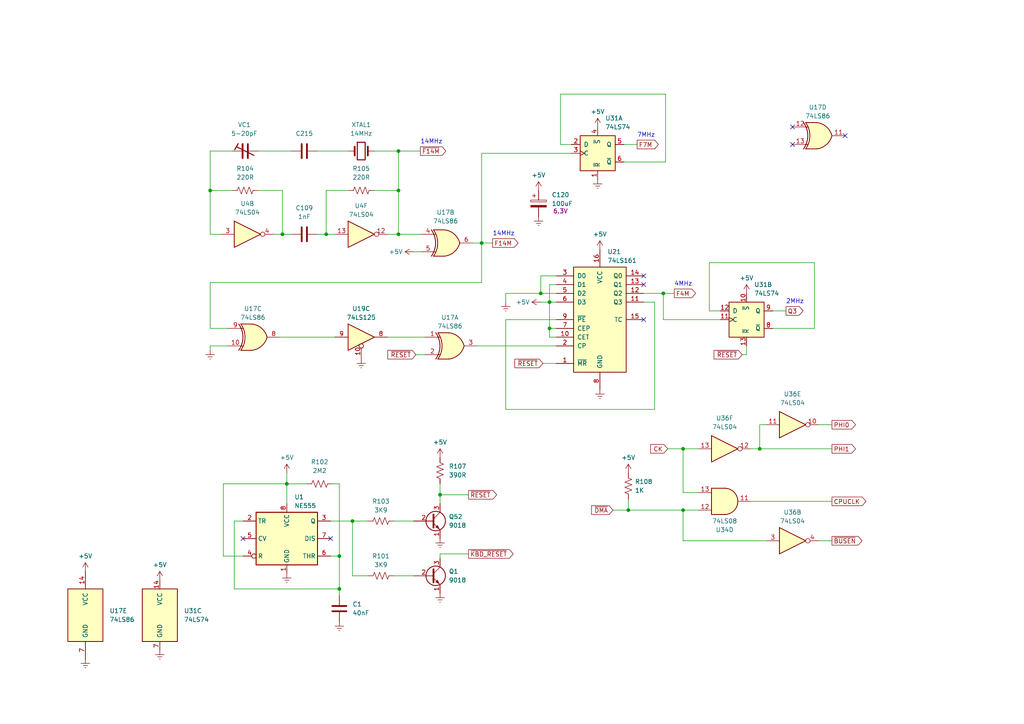
<source format=kicad_sch>
(kicad_sch (version 20230121) (generator eeschema)
  (paper "A4")
  (title_block (title "Dick Smith Cat - Motherboard") (date "1984") (company "Video Technology Ltd.") (comment 2 "Schematic Redrawn by Rhys Weatherley") (comment 3 "Clock and Reset"))
  (lib_symbols
    (symbol "74xx:74LS04"
      (property "Reference" "U" (at 0 1.27 0))
      (property "Value" "74LS04" (at 0 -1.27 0))
      (symbol "74LS04_1_0"
        (polyline (pts (xy -3.81 3.81) (xy -3.81 -3.81) (xy 3.81 0) (xy -3.81 3.81)) (stroke (width 0.254)) (fill (type background)))
        (pin input line (at -7.62 0 0) (length 3.81) (name "~") (number "1"))
        (pin output inverted (at 7.62 0 180) (length 3.81) (name "~") (number "2"))
      )
      (symbol "74LS04_2_0"
        (polyline (pts (xy -3.81 3.81) (xy -3.81 -3.81) (xy 3.81 0) (xy -3.81 3.81)) (stroke (width 0.254)) (fill (type background)))
        (pin input line (at -7.62 0 0) (length 3.81) (name "~") (number "3"))
        (pin output inverted (at 7.62 0 180) (length 3.81) (name "~") (number "4"))
      )
      (symbol "74LS04_3_0"
        (polyline (pts (xy -3.81 3.81) (xy -3.81 -3.81) (xy 3.81 0) (xy -3.81 3.81)) (stroke (width 0.254)) (fill (type background)))
        (pin input line (at -7.62 0 0) (length 3.81) (name "~") (number "5"))
        (pin output inverted (at 7.62 0 180) (length 3.81) (name "~") (number "6"))
      )
      (symbol "74LS04_4_0"
        (polyline (pts (xy -3.81 3.81) (xy -3.81 -3.81) (xy 3.81 0) (xy -3.81 3.81)) (stroke (width 0.254)) (fill (type background)))
        (pin output inverted (at 7.62 0 180) (length 3.81) (name "~") (number "8"))
        (pin input line (at -7.62 0 0) (length 3.81) (name "~") (number "9"))
      )
      (symbol "74LS04_5_0"
        (polyline (pts (xy -3.81 3.81) (xy -3.81 -3.81) (xy 3.81 0) (xy -3.81 3.81)) (stroke (width 0.254)) (fill (type background)))
        (pin output inverted (at 7.62 0 180) (length 3.81) (name "~") (number "10"))
        (pin input line (at -7.62 0 0) (length 3.81) (name "~") (number "11"))
      )
      (symbol "74LS04_6_0"
        (polyline (pts (xy -3.81 3.81) (xy -3.81 -3.81) (xy 3.81 0) (xy -3.81 3.81)) (stroke (width 0.254)) (fill (type background)))
        (pin output inverted (at 7.62 0 180) (length 3.81) (name "~") (number "12"))
        (pin input line (at -7.62 0 0) (length 3.81) (name "~") (number "13"))
      )
      (symbol "74LS04_7_0"
        (pin power_in line (at 0 12.7 270) (length 5.08) (name "VCC") (number "14"))
        (pin power_in line (at 0 -12.7 90) (length 5.08) (name "GND") (number "7"))
      )
      (symbol "74LS04_7_1"
        (rectangle (start -5.08 7.62) (end 5.08 -7.62) (stroke (width 0.254)) (fill (type background)))
      )
    )
    (symbol "74xx:74LS08" (pin_names (offset 1.016))
      (property "Reference" "U" (at 0 1.27 0))
      (property "Value" "74LS08" (at 0 -1.27 0))
      (symbol "74LS08_1_1"
        (arc (start 0 -3.81) (mid 3.7934 0) (end 0 3.81) (stroke (width 0.254)) (fill (type background)))
        (polyline (pts (xy 0 3.81) (xy -3.81 3.81) (xy -3.81 -3.81) (xy 0 -3.81)) (stroke (width 0.254)) (fill (type background)))
        (pin input line (at -7.62 2.54 0) (length 3.81) (name "~") (number "1"))
        (pin input line (at -7.62 -2.54 0) (length 3.81) (name "~") (number "2"))
        (pin output line (at 7.62 0 180) (length 3.81) (name "~") (number "3"))
      )
      (symbol "74LS08_1_2"
        (arc (start -3.81 -3.81) (mid -2.589 0) (end -3.81 3.81) (stroke (width 0.254)))
        (arc (start -0.6096 -3.81) (mid 2.1842 -2.5851) (end 3.81 0) (stroke (width 0.254)) (fill (type background)))
        (polyline (pts (xy -3.81 -3.81) (xy -0.635 -3.81)) (stroke (width 0.254)) (fill (type background)))
        (polyline (pts (xy -3.81 3.81) (xy -0.635 3.81)) (stroke (width 0.254)) (fill (type background)))
        (polyline (pts (xy -0.635 3.81) (xy -3.81 3.81) (xy -3.81 3.81) (xy -3.556 3.4036) (xy -3.0226 2.2606) (xy -2.6924 1.0414) (xy -2.6162 -0.254) (xy -2.7686 -1.4986) (xy -3.175 -2.7178) (xy -3.81 -3.81) (xy -3.81 -3.81) (xy -0.635 -3.81)) (stroke (width -25.4)) (fill (type background)))
        (arc (start 3.81 0) (mid 2.1915 2.5936) (end -0.6096 3.81) (stroke (width 0.254)) (fill (type background)))
        (pin input inverted (at -7.62 2.54 0) (length 4.318) (name "~") (number "1"))
        (pin input inverted (at -7.62 -2.54 0) (length 4.318) (name "~") (number "2"))
        (pin output inverted (at 7.62 0 180) (length 3.81) (name "~") (number "3"))
      )
      (symbol "74LS08_2_1"
        (arc (start 0 -3.81) (mid 3.7934 0) (end 0 3.81) (stroke (width 0.254)) (fill (type background)))
        (polyline (pts (xy 0 3.81) (xy -3.81 3.81) (xy -3.81 -3.81) (xy 0 -3.81)) (stroke (width 0.254)) (fill (type background)))
        (pin input line (at -7.62 2.54 0) (length 3.81) (name "~") (number "4"))
        (pin input line (at -7.62 -2.54 0) (length 3.81) (name "~") (number "5"))
        (pin output line (at 7.62 0 180) (length 3.81) (name "~") (number "6"))
      )
      (symbol "74LS08_2_2"
        (arc (start -3.81 -3.81) (mid -2.589 0) (end -3.81 3.81) (stroke (width 0.254)))
        (arc (start -0.6096 -3.81) (mid 2.1842 -2.5851) (end 3.81 0) (stroke (width 0.254)) (fill (type background)))
        (polyline (pts (xy -3.81 -3.81) (xy -0.635 -3.81)) (stroke (width 0.254)) (fill (type background)))
        (polyline (pts (xy -3.81 3.81) (xy -0.635 3.81)) (stroke (width 0.254)) (fill (type background)))
        (polyline (pts (xy -0.635 3.81) (xy -3.81 3.81) (xy -3.81 3.81) (xy -3.556 3.4036) (xy -3.0226 2.2606) (xy -2.6924 1.0414) (xy -2.6162 -0.254) (xy -2.7686 -1.4986) (xy -3.175 -2.7178) (xy -3.81 -3.81) (xy -3.81 -3.81) (xy -0.635 -3.81)) (stroke (width -25.4)) (fill (type background)))
        (arc (start 3.81 0) (mid 2.1915 2.5936) (end -0.6096 3.81) (stroke (width 0.254)) (fill (type background)))
        (pin input inverted (at -7.62 2.54 0) (length 4.318) (name "~") (number "4"))
        (pin input inverted (at -7.62 -2.54 0) (length 4.318) (name "~") (number "5"))
        (pin output inverted (at 7.62 0 180) (length 3.81) (name "~") (number "6"))
      )
      (symbol "74LS08_3_1"
        (arc (start 0 -3.81) (mid 3.7934 0) (end 0 3.81) (stroke (width 0.254)) (fill (type background)))
        (polyline (pts (xy 0 3.81) (xy -3.81 3.81) (xy -3.81 -3.81) (xy 0 -3.81)) (stroke (width 0.254)) (fill (type background)))
        (pin input line (at -7.62 -2.54 0) (length 3.81) (name "~") (number "10"))
        (pin output line (at 7.62 0 180) (length 3.81) (name "~") (number "8"))
        (pin input line (at -7.62 2.54 0) (length 3.81) (name "~") (number "9"))
      )
      (symbol "74LS08_3_2"
        (arc (start -3.81 -3.81) (mid -2.589 0) (end -3.81 3.81) (stroke (width 0.254)))
        (arc (start -0.6096 -3.81) (mid 2.1842 -2.5851) (end 3.81 0) (stroke (width 0.254)) (fill (type background)))
        (polyline (pts (xy -3.81 -3.81) (xy -0.635 -3.81)) (stroke (width 0.254)) (fill (type background)))
        (polyline (pts (xy -3.81 3.81) (xy -0.635 3.81)) (stroke (width 0.254)) (fill (type background)))
        (polyline (pts (xy -0.635 3.81) (xy -3.81 3.81) (xy -3.81 3.81) (xy -3.556 3.4036) (xy -3.0226 2.2606) (xy -2.6924 1.0414) (xy -2.6162 -0.254) (xy -2.7686 -1.4986) (xy -3.175 -2.7178) (xy -3.81 -3.81) (xy -3.81 -3.81) (xy -0.635 -3.81)) (stroke (width -25.4)) (fill (type background)))
        (arc (start 3.81 0) (mid 2.1915 2.5936) (end -0.6096 3.81) (stroke (width 0.254)) (fill (type background)))
        (pin input inverted (at -7.62 -2.54 0) (length 4.318) (name "~") (number "10"))
        (pin output inverted (at 7.62 0 180) (length 3.81) (name "~") (number "8"))
        (pin input inverted (at -7.62 2.54 0) (length 4.318) (name "~") (number "9"))
      )
      (symbol "74LS08_4_1"
        (arc (start 0 -3.81) (mid 3.7934 0) (end 0 3.81) (stroke (width 0.254)) (fill (type background)))
        (polyline (pts (xy 0 3.81) (xy -3.81 3.81) (xy -3.81 -3.81) (xy 0 -3.81)) (stroke (width 0.254)) (fill (type background)))
        (pin output line (at 7.62 0 180) (length 3.81) (name "~") (number "11"))
        (pin input line (at -7.62 2.54 0) (length 3.81) (name "~") (number "12"))
        (pin input line (at -7.62 -2.54 0) (length 3.81) (name "~") (number "13"))
      )
      (symbol "74LS08_4_2"
        (arc (start -3.81 -3.81) (mid -2.589 0) (end -3.81 3.81) (stroke (width 0.254)))
        (arc (start -0.6096 -3.81) (mid 2.1842 -2.5851) (end 3.81 0) (stroke (width 0.254)) (fill (type background)))
        (polyline (pts (xy -3.81 -3.81) (xy -0.635 -3.81)) (stroke (width 0.254)) (fill (type background)))
        (polyline (pts (xy -3.81 3.81) (xy -0.635 3.81)) (stroke (width 0.254)) (fill (type background)))
        (polyline (pts (xy -0.635 3.81) (xy -3.81 3.81) (xy -3.81 3.81) (xy -3.556 3.4036) (xy -3.0226 2.2606) (xy -2.6924 1.0414) (xy -2.6162 -0.254) (xy -2.7686 -1.4986) (xy -3.175 -2.7178) (xy -3.81 -3.81) (xy -3.81 -3.81) (xy -0.635 -3.81)) (stroke (width -25.4)) (fill (type background)))
        (arc (start 3.81 0) (mid 2.1915 2.5936) (end -0.6096 3.81) (stroke (width 0.254)) (fill (type background)))
        (pin output inverted (at 7.62 0 180) (length 3.81) (name "~") (number "11"))
        (pin input inverted (at -7.62 2.54 0) (length 4.318) (name "~") (number "12"))
        (pin input inverted (at -7.62 -2.54 0) (length 4.318) (name "~") (number "13"))
      )
      (symbol "74LS08_5_0"
        (pin power_in line (at 0 12.7 270) (length 5.08) (name "VCC") (number "14"))
        (pin power_in line (at 0 -12.7 90) (length 5.08) (name "GND") (number "7"))
      )
      (symbol "74LS08_5_1"
        (rectangle (start -5.08 7.62) (end 5.08 -7.62) (stroke (width 0.254)) (fill (type background)))
      )
    )
    (symbol "74xx:74LS125" (pin_names (offset 1.016))
      (property "Reference" "U" (at 0 1.27 0))
      (property "Value" "74LS125" (at 0 -1.27 0))
      (symbol "74LS125_1_0"
        (polyline (pts (xy -3.81 3.81) (xy -3.81 -3.81) (xy 3.81 0) (xy -3.81 3.81)) (stroke (width 0.254)) (fill (type background)))
        (pin input inverted (at 0 -6.35 90) (length 4.445) (name "~") (number "1"))
        (pin input line (at -7.62 0 0) (length 3.81) (name "~") (number "2"))
        (pin tri_state line (at 7.62 0 180) (length 3.81) (name "~") (number "3"))
      )
      (symbol "74LS125_2_0"
        (polyline (pts (xy -3.81 3.81) (xy -3.81 -3.81) (xy 3.81 0) (xy -3.81 3.81)) (stroke (width 0.254)) (fill (type background)))
        (pin input inverted (at 0 -6.35 90) (length 4.445) (name "~") (number "4"))
        (pin input line (at -7.62 0 0) (length 3.81) (name "~") (number "5"))
        (pin tri_state line (at 7.62 0 180) (length 3.81) (name "~") (number "6"))
      )
      (symbol "74LS125_3_0"
        (polyline (pts (xy -3.81 3.81) (xy -3.81 -3.81) (xy 3.81 0) (xy -3.81 3.81)) (stroke (width 0.254)) (fill (type background)))
        (pin input inverted (at 0 -6.35 90) (length 4.445) (name "~") (number "10"))
        (pin tri_state line (at 7.62 0 180) (length 3.81) (name "~") (number "8"))
        (pin input line (at -7.62 0 0) (length 3.81) (name "~") (number "9"))
      )
      (symbol "74LS125_4_0"
        (polyline (pts (xy -3.81 3.81) (xy -3.81 -3.81) (xy 3.81 0) (xy -3.81 3.81)) (stroke (width 0.254)) (fill (type background)))
        (pin tri_state line (at 7.62 0 180) (length 3.81) (name "~") (number "11"))
        (pin input line (at -7.62 0 0) (length 3.81) (name "~") (number "12"))
        (pin input inverted (at 0 -6.35 90) (length 4.445) (name "~") (number "13"))
      )
      (symbol "74LS125_5_0"
        (pin power_in line (at 0 12.7 270) (length 5.08) (name "VCC") (number "14"))
        (pin power_in line (at 0 -12.7 90) (length 5.08) (name "GND") (number "7"))
      )
      (symbol "74LS125_5_1"
        (rectangle (start -5.08 7.62) (end 5.08 -7.62) (stroke (width 0.254)) (fill (type background)))
      )
    )
    (symbol "74xx:74LS161" (pin_names (offset 1.016))
      (property "Reference" "U" (at -7.62 16.51 0))
      (property "Value" "74LS161" (at -7.62 -16.51 0))
      (symbol "74LS161_1_0"
        (pin input line (at -12.7 -12.7 0) (length 5.08) (name "~{MR}") (number "1"))
        (pin input line (at -12.7 -5.08 0) (length 5.08) (name "CET") (number "10"))
        (pin output line (at 12.7 5.08 180) (length 5.08) (name "Q3") (number "11"))
        (pin output line (at 12.7 7.62 180) (length 5.08) (name "Q2") (number "12"))
        (pin output line (at 12.7 10.16 180) (length 5.08) (name "Q1") (number "13"))
        (pin output line (at 12.7 12.7 180) (length 5.08) (name "Q0") (number "14"))
        (pin output line (at 12.7 0 180) (length 5.08) (name "TC") (number "15"))
        (pin power_in line (at 0 20.32 270) (length 5.08) (name "VCC") (number "16"))
        (pin input line (at -12.7 -7.62 0) (length 5.08) (name "CP") (number "2"))
        (pin input line (at -12.7 12.7 0) (length 5.08) (name "D0") (number "3"))
        (pin input line (at -12.7 10.16 0) (length 5.08) (name "D1") (number "4"))
        (pin input line (at -12.7 7.62 0) (length 5.08) (name "D2") (number "5"))
        (pin input line (at -12.7 5.08 0) (length 5.08) (name "D3") (number "6"))
        (pin input line (at -12.7 -2.54 0) (length 5.08) (name "CEP") (number "7"))
        (pin power_in line (at 0 -20.32 90) (length 5.08) (name "GND") (number "8"))
        (pin input line (at -12.7 0 0) (length 5.08) (name "~{PE}") (number "9"))
      )
      (symbol "74LS161_1_1"
        (rectangle (start -7.62 15.24) (end 7.62 -15.24) (stroke (width 0.254)) (fill (type background)))
      )
    )
    (symbol "74xx:74LS74" (pin_names (offset 1.016))
      (property "Reference" "U" (at -7.62 8.89 0))
      (property "Value" "74LS74" (at -7.62 -8.89 0))
      (symbol "74LS74_1_0"
        (pin input line (at 0 -7.62 90) (length 2.54) (name "~{R}") (number "1"))
        (pin input line (at -7.62 2.54 0) (length 2.54) (name "D") (number "2"))
        (pin input clock (at -7.62 0 0) (length 2.54) (name "C") (number "3"))
        (pin input line (at 0 7.62 270) (length 2.54) (name "~{S}") (number "4"))
        (pin output line (at 7.62 2.54 180) (length 2.54) (name "Q") (number "5"))
        (pin output line (at 7.62 -2.54 180) (length 2.54) (name "~{Q}") (number "6"))
      )
      (symbol "74LS74_1_1"
        (rectangle (start -5.08 5.08) (end 5.08 -5.08) (stroke (width 0.254)) (fill (type background)))
      )
      (symbol "74LS74_2_0"
        (pin input line (at 0 7.62 270) (length 2.54) (name "~{S}") (number "10"))
        (pin input clock (at -7.62 0 0) (length 2.54) (name "C") (number "11"))
        (pin input line (at -7.62 2.54 0) (length 2.54) (name "D") (number "12"))
        (pin input line (at 0 -7.62 90) (length 2.54) (name "~{R}") (number "13"))
        (pin output line (at 7.62 -2.54 180) (length 2.54) (name "~{Q}") (number "8"))
        (pin output line (at 7.62 2.54 180) (length 2.54) (name "Q") (number "9"))
      )
      (symbol "74LS74_2_1"
        (rectangle (start -5.08 5.08) (end 5.08 -5.08) (stroke (width 0.254)) (fill (type background)))
      )
      (symbol "74LS74_3_0"
        (pin power_in line (at 0 10.16 270) (length 2.54) (name "VCC") (number "14"))
        (pin power_in line (at 0 -10.16 90) (length 2.54) (name "GND") (number "7"))
      )
      (symbol "74LS74_3_1"
        (rectangle (start -5.08 7.62) (end 5.08 -7.62) (stroke (width 0.254)) (fill (type background)))
      )
    )
    (symbol "74xx:74LS86" (pin_names (offset 1.016))
      (property "Reference" "U" (at 0 1.27 0))
      (property "Value" "74LS86" (at 0 -1.27 0))
      (symbol "74LS86_1_0"
        (arc (start -4.4196 -3.81) (mid -3.2033 0) (end -4.4196 3.81) (stroke (width 0.254)))
        (arc (start -3.81 -3.81) (mid -2.589 0) (end -3.81 3.81) (stroke (width 0.254)))
        (arc (start -0.6096 -3.81) (mid 2.1842 -2.5851) (end 3.81 0) (stroke (width 0.254)) (fill (type background)))
        (polyline (pts (xy -3.81 -3.81) (xy -0.635 -3.81)) (stroke (width 0.254)) (fill (type background)))
        (polyline (pts (xy -3.81 3.81) (xy -0.635 3.81)) (stroke (width 0.254)) (fill (type background)))
        (polyline (pts (xy -0.635 3.81) (xy -3.81 3.81) (xy -3.81 3.81) (xy -3.556 3.4036) (xy -3.0226 2.2606) (xy -2.6924 1.0414) (xy -2.6162 -0.254) (xy -2.7686 -1.4986) (xy -3.175 -2.7178) (xy -3.81 -3.81) (xy -3.81 -3.81) (xy -0.635 -3.81)) (stroke (width -25.4)) (fill (type background)))
        (arc (start 3.81 0) (mid 2.1915 2.5936) (end -0.6096 3.81) (stroke (width 0.254)) (fill (type background)))
        (pin input line (at -7.62 2.54 0) (length 4.445) (name "~") (number "1"))
        (pin input line (at -7.62 -2.54 0) (length 4.445) (name "~") (number "2"))
        (pin output line (at 7.62 0 180) (length 3.81) (name "~") (number "3"))
      )
      (symbol "74LS86_1_1"
        (polyline (pts (xy -3.81 -2.54) (xy -3.175 -2.54)) (stroke (width 0.1524)))
        (polyline (pts (xy -3.81 2.54) (xy -3.175 2.54)) (stroke (width 0.1524)))
      )
      (symbol "74LS86_2_0"
        (arc (start -4.4196 -3.81) (mid -3.2033 0) (end -4.4196 3.81) (stroke (width 0.254)))
        (arc (start -3.81 -3.81) (mid -2.589 0) (end -3.81 3.81) (stroke (width 0.254)))
        (arc (start -0.6096 -3.81) (mid 2.1842 -2.5851) (end 3.81 0) (stroke (width 0.254)) (fill (type background)))
        (polyline (pts (xy -3.81 -3.81) (xy -0.635 -3.81)) (stroke (width 0.254)) (fill (type background)))
        (polyline (pts (xy -3.81 3.81) (xy -0.635 3.81)) (stroke (width 0.254)) (fill (type background)))
        (polyline (pts (xy -0.635 3.81) (xy -3.81 3.81) (xy -3.81 3.81) (xy -3.556 3.4036) (xy -3.0226 2.2606) (xy -2.6924 1.0414) (xy -2.6162 -0.254) (xy -2.7686 -1.4986) (xy -3.175 -2.7178) (xy -3.81 -3.81) (xy -3.81 -3.81) (xy -0.635 -3.81)) (stroke (width -25.4)) (fill (type background)))
        (arc (start 3.81 0) (mid 2.1915 2.5936) (end -0.6096 3.81) (stroke (width 0.254)) (fill (type background)))
        (pin input line (at -7.62 2.54 0) (length 4.445) (name "~") (number "4"))
        (pin input line (at -7.62 -2.54 0) (length 4.445) (name "~") (number "5"))
        (pin output line (at 7.62 0 180) (length 3.81) (name "~") (number "6"))
      )
      (symbol "74LS86_2_1"
        (polyline (pts (xy -3.81 -2.54) (xy -3.175 -2.54)) (stroke (width 0.1524)))
        (polyline (pts (xy -3.81 2.54) (xy -3.175 2.54)) (stroke (width 0.1524)))
      )
      (symbol "74LS86_3_0"
        (arc (start -4.4196 -3.81) (mid -3.2033 0) (end -4.4196 3.81) (stroke (width 0.254)))
        (arc (start -3.81 -3.81) (mid -2.589 0) (end -3.81 3.81) (stroke (width 0.254)))
        (arc (start -0.6096 -3.81) (mid 2.1842 -2.5851) (end 3.81 0) (stroke (width 0.254)) (fill (type background)))
        (polyline (pts (xy -3.81 -3.81) (xy -0.635 -3.81)) (stroke (width 0.254)) (fill (type background)))
        (polyline (pts (xy -3.81 3.81) (xy -0.635 3.81)) (stroke (width 0.254)) (fill (type background)))
        (polyline (pts (xy -0.635 3.81) (xy -3.81 3.81) (xy -3.81 3.81) (xy -3.556 3.4036) (xy -3.0226 2.2606) (xy -2.6924 1.0414) (xy -2.6162 -0.254) (xy -2.7686 -1.4986) (xy -3.175 -2.7178) (xy -3.81 -3.81) (xy -3.81 -3.81) (xy -0.635 -3.81)) (stroke (width -25.4)) (fill (type background)))
        (arc (start 3.81 0) (mid 2.1915 2.5936) (end -0.6096 3.81) (stroke (width 0.254)) (fill (type background)))
        (pin input line (at -7.62 -2.54 0) (length 4.445) (name "~") (number "10"))
        (pin output line (at 7.62 0 180) (length 3.81) (name "~") (number "8"))
        (pin input line (at -7.62 2.54 0) (length 4.445) (name "~") (number "9"))
      )
      (symbol "74LS86_3_1"
        (polyline (pts (xy -3.81 -2.54) (xy -3.175 -2.54)) (stroke (width 0.1524)))
        (polyline (pts (xy -3.81 2.54) (xy -3.175 2.54)) (stroke (width 0.1524)))
      )
      (symbol "74LS86_4_0"
        (arc (start -4.4196 -3.81) (mid -3.2033 0) (end -4.4196 3.81) (stroke (width 0.254)))
        (arc (start -3.81 -3.81) (mid -2.589 0) (end -3.81 3.81) (stroke (width 0.254)))
        (arc (start -0.6096 -3.81) (mid 2.1842 -2.5851) (end 3.81 0) (stroke (width 0.254)) (fill (type background)))
        (polyline (pts (xy -3.81 -3.81) (xy -0.635 -3.81)) (stroke (width 0.254)) (fill (type background)))
        (polyline (pts (xy -3.81 3.81) (xy -0.635 3.81)) (stroke (width 0.254)) (fill (type background)))
        (polyline (pts (xy -0.635 3.81) (xy -3.81 3.81) (xy -3.81 3.81) (xy -3.556 3.4036) (xy -3.0226 2.2606) (xy -2.6924 1.0414) (xy -2.6162 -0.254) (xy -2.7686 -1.4986) (xy -3.175 -2.7178) (xy -3.81 -3.81) (xy -3.81 -3.81) (xy -0.635 -3.81)) (stroke (width -25.4)) (fill (type background)))
        (arc (start 3.81 0) (mid 2.1915 2.5936) (end -0.6096 3.81) (stroke (width 0.254)) (fill (type background)))
        (pin output line (at 7.62 0 180) (length 3.81) (name "~") (number "11"))
        (pin input line (at -7.62 2.54 0) (length 4.445) (name "~") (number "12"))
        (pin input line (at -7.62 -2.54 0) (length 4.445) (name "~") (number "13"))
      )
      (symbol "74LS86_4_1"
        (polyline (pts (xy -3.81 -2.54) (xy -3.175 -2.54)) (stroke (width 0.1524)))
        (polyline (pts (xy -3.81 2.54) (xy -3.175 2.54)) (stroke (width 0.1524)))
      )
      (symbol "74LS86_5_0"
        (pin power_in line (at 0 12.7 270) (length 5.08) (name "VCC") (number "14"))
        (pin power_in line (at 0 -12.7 90) (length 5.08) (name "GND") (number "7"))
      )
      (symbol "74LS86_5_1"
        (rectangle (start -5.08 7.62) (end 5.08 -7.62) (stroke (width 0.254)) (fill (type background)))
      )
    )
    (symbol "Device:C" (pin_numbers hide) (pin_names (offset 0.254))
      (property "Reference" "C" (at 0.635 2.54 0))
      (property "Value" "C" (at 0.635 -2.54 0))
      (symbol "C_0_1"
        (polyline (pts (xy -2.032 -0.762) (xy 2.032 -0.762)) (stroke (width 0.508)))
        (polyline (pts (xy -2.032 0.762) (xy 2.032 0.762)) (stroke (width 0.508)))
      )
      (symbol "C_1_1"
        (pin passive line (at 0 3.81 270) (length 2.794) (name "~") (number "1"))
        (pin passive line (at 0 -3.81 90) (length 2.794) (name "~") (number "2"))
      )
    )
    (symbol "Device:C_Polarized" (pin_numbers hide) (pin_names (offset 0.254))
      (property "Reference" "C" (at 0.635 2.54 0))
      (property "Value" "C_Polarized" (at 0.635 -2.54 0))
      (symbol "C_Polarized_0_1"
        (rectangle (start -2.286 0.508) (end 2.286 1.016))
        (polyline (pts (xy -1.778 2.286) (xy -0.762 2.286)))
        (polyline (pts (xy -1.27 2.794) (xy -1.27 1.778)))
        (rectangle (start 2.286 -0.508) (end -2.286 -1.016) (fill (type outline)))
      )
      (symbol "C_Polarized_1_1"
        (pin passive line (at 0 3.81 270) (length 2.794) (name "~") (number "1"))
        (pin passive line (at 0 -3.81 90) (length 2.794) (name "~") (number "2"))
      )
    )
    (symbol "Device:C_Trim" (pin_numbers hide) (pin_names (offset 0.254) hide)
      (property "Reference" "C" (at 1.524 -2.032 0))
      (property "Value" "C_Trim" (at 3.048 -3.556 0))
      (symbol "C_Trim_0_1"
        (polyline (pts (xy -2.032 -0.762) (xy 2.032 -0.762)) (stroke (width 0.508)))
        (polyline (pts (xy -2.032 0.762) (xy 2.032 0.762)) (stroke (width 0.508)))
        (polyline (pts (xy 1.27 2.54) (xy -1.27 -2.54)) (stroke (width 0.3048)))
        (polyline (pts (xy 1.27 2.54) (xy 0.381 3.048)) (stroke (width 0.3048)))
        (polyline (pts (xy 1.27 2.54) (xy 2.159 2.032)) (stroke (width 0.3048)))
      )
      (symbol "C_Trim_1_1"
        (pin passive line (at 0 3.81 270) (length 3.048) (name "~") (number "1"))
        (pin passive line (at 0 -3.81 90) (length 3.048) (name "~") (number "2"))
      )
    )
    (symbol "Device:Crystal" (pin_numbers hide) (pin_names (offset 1.016) hide)
      (property "Reference" "Y" (at 0 3.81 0))
      (property "Value" "Crystal" (at 0 -3.81 0))
      (symbol "Crystal_0_1"
        (rectangle (start -1.143 2.54) (end 1.143 -2.54) (stroke (width 0.3048)))
        (polyline (pts (xy -2.54 0) (xy -1.905 0)))
        (polyline (pts (xy -1.905 -1.27) (xy -1.905 1.27)) (stroke (width 0.508)))
        (polyline (pts (xy 1.905 -1.27) (xy 1.905 1.27)) (stroke (width 0.508)))
        (polyline (pts (xy 2.54 0) (xy 1.905 0)))
      )
      (symbol "Crystal_1_1"
        (pin passive line (at -3.81 0 0) (length 1.27) (name "1") (number "1"))
        (pin passive line (at 3.81 0 180) (length 1.27) (name "2") (number "2"))
      )
    )
    (symbol "Device:Q_NPN_EBC" (pin_names (offset 0) hide)
      (property "Reference" "Q" (at 5.08 1.27 0))
      (property "Value" "Q_NPN_EBC" (at 5.08 -1.27 0))
      (symbol "Q_NPN_EBC_0_1"
        (polyline (pts (xy 0.635 0.635) (xy 2.54 2.54)))
        (polyline (pts (xy 0.635 -0.635) (xy 2.54 -2.54) (xy 2.54 -2.54)))
        (polyline (pts (xy 0.635 1.905) (xy 0.635 -1.905) (xy 0.635 -1.905)) (stroke (width 0.508)))
        (polyline (pts (xy 1.27 -1.778) (xy 1.778 -1.27) (xy 2.286 -2.286) (xy 1.27 -1.778) (xy 1.27 -1.778)) (fill (type outline)))
        (circle (center 1.27 0) (radius 2.8194) (stroke (width 0.254)))
      )
      (symbol "Q_NPN_EBC_1_1"
        (pin passive line (at 2.54 -5.08 90) (length 2.54) (name "E") (number "1"))
        (pin passive line (at -5.08 0 0) (length 5.715) (name "B") (number "2"))
        (pin passive line (at 2.54 5.08 270) (length 2.54) (name "C") (number "3"))
      )
    )
    (symbol "Device:R_US" (pin_numbers hide) (pin_names (offset 0))
      (property "Reference" "R" (at 2.54 0 90))
      (property "Value" "R_US" (at -2.54 0 90))
      (symbol "R_US_0_1"
        (polyline (pts (xy 0 -2.286) (xy 0 -2.54)))
        (polyline (pts (xy 0 2.286) (xy 0 2.54)))
        (polyline (pts (xy 0 -0.762) (xy 1.016 -1.143) (xy 0 -1.524) (xy -1.016 -1.905) (xy 0 -2.286)))
        (polyline (pts (xy 0 0.762) (xy 1.016 0.381) (xy 0 0) (xy -1.016 -0.381) (xy 0 -0.762)))
        (polyline (pts (xy 0 2.286) (xy 1.016 1.905) (xy 0 1.524) (xy -1.016 1.143) (xy 0 0.762)))
      )
      (symbol "R_US_1_1"
        (pin passive line (at 0 3.81 270) (length 1.27) (name "~") (number "1"))
        (pin passive line (at 0 -3.81 90) (length 1.27) (name "~") (number "2"))
      )
    )
    (symbol "Timer:NE555P"
      (property "Reference" "U" (at -10.16 8.89 0))
      (property "Value" "NE555P" (at 2.54 8.89 0))
      (symbol "NE555P_0_0"
        (pin power_in line (at 0 -10.16 90) (length 2.54) (name "GND") (number "1"))
        (pin power_in line (at 0 10.16 270) (length 2.54) (name "VCC") (number "8"))
      )
      (symbol "NE555P_0_1"
        (rectangle (start -8.89 -7.62) (end 8.89 7.62) (stroke (width 0.254)) (fill (type background)))
        (rectangle (start -8.89 -7.62) (end 8.89 7.62) (stroke (width 0.254)) (fill (type background)))
      )
      (symbol "NE555P_1_1"
        (pin input line (at -12.7 5.08 0) (length 3.81) (name "TR") (number "2"))
        (pin output line (at 12.7 5.08 180) (length 3.81) (name "Q") (number "3"))
        (pin input inverted (at -12.7 -5.08 0) (length 3.81) (name "R") (number "4"))
        (pin input line (at -12.7 0 0) (length 3.81) (name "CV") (number "5"))
        (pin input line (at 12.7 -5.08 180) (length 3.81) (name "THR") (number "6"))
        (pin input line (at 12.7 0 180) (length 3.81) (name "DIS") (number "7"))
      )
    )
    (symbol "power:+5V" (power) (pin_names (offset 0))
      (property "Value" "+5V" (at 0 3.556 0))
      (symbol "+5V_0_1"
        (polyline (pts (xy -0.762 1.27) (xy 0 2.54)))
        (polyline (pts (xy 0 0) (xy 0 2.54)))
        (polyline (pts (xy 0 2.54) (xy 0.762 1.27)))
      )
      (symbol "+5V_1_1"
        (pin power_in line (at 0 0 90) (length 0) hide (name "+5V") (number "1"))
      )
    )
    (symbol "power:Earth" (power) (pin_names (offset 0))
      (symbol "Earth_0_1"
        (polyline (pts (xy -0.635 -1.905) (xy 0.635 -1.905)))
        (polyline (pts (xy -0.127 -2.54) (xy 0.127 -2.54)))
        (polyline (pts (xy 0 -1.27) (xy 0 0)))
        (polyline (pts (xy 1.27 -1.27) (xy -1.27 -1.27)))
      )
      (symbol "Earth_1_1"
        (pin power_in line (at 0 0 270) (length 0) hide (name "Earth") (number "1"))
      )
    )
  )
  (junction (at 81.915 67.945))
  (junction (at 102.235 151.13))
  (junction (at 156.845 85.09))
  (junction (at 98.425 170.815))
  (junction (at 192.405 85.09))
  (junction (at 115.57 43.815))
  (junction (at 115.57 55.245))
  (junction (at 182.245 147.955))
  (junction (at 198.12 147.955))
  (junction (at 60.96 55.245))
  (junction (at 159.385 87.63))
  (junction (at 98.425 161.29))
  (junction (at 94.615 67.945))
  (junction (at 220.345 130.175))
  (junction (at 198.12 130.175))
  (junction (at 159.385 95.25))
  (junction (at 83.185 140.335))
  (junction (at 139.7 70.485))
  (junction (at 115.57 67.945))
  (junction (at 127.635 143.51))
  (no_connect (at 229.87 36.83))
  (no_connect (at 245.11 39.37))
  (no_connect (at 186.69 80.01))
  (no_connect (at 229.87 41.91))
  (no_connect (at 186.69 92.71))
  (no_connect (at 70.485 156.21))
  (no_connect (at 186.69 82.55))
  (no_connect (at 95.885 156.21))
  (wire (pts (xy 81.915 55.245) (xy 81.915 67.945)))
  (wire (pts (xy 64.77 140.335) (xy 83.185 140.335)))
  (wire (pts (xy 165.735 44.45) (xy 139.7 44.45)))
  (wire (pts (xy 156.845 85.09) (xy 146.685 85.09)))
  (wire (pts (xy 202.565 142.875) (xy 198.12 142.875)))
  (wire (pts (xy 193.04 46.99) (xy 193.04 27.305)))
  (wire (pts (xy 198.12 142.875) (xy 198.12 130.175)))
  (wire (pts (xy 67.945 170.815) (xy 98.425 170.815)))
  (wire (pts (xy 146.685 118.745) (xy 146.685 92.71)))
  (wire (pts (xy 220.345 130.175) (xy 220.345 123.19)))
  (wire (pts (xy 60.96 67.945) (xy 60.96 55.245)))
  (wire (pts (xy 115.57 67.945) (xy 115.57 55.245)))
  (wire (pts (xy 112.395 67.945) (xy 115.57 67.945)))
  (wire (pts (xy 92.075 43.815) (xy 100.965 43.815)))
  (wire (pts (xy 114.3 151.13) (xy 120.015 151.13)))
  (wire (pts (xy 156.845 80.01) (xy 156.845 85.09)))
  (wire (pts (xy 98.425 170.815) (xy 98.425 172.72)))
  (wire (pts (xy 74.93 55.245) (xy 81.915 55.245)))
  (wire (pts (xy 161.29 85.09) (xy 156.845 85.09)))
  (wire (pts (xy 237.49 156.845) (xy 241.3 156.845)))
  (wire (pts (xy 189.865 87.63) (xy 189.865 118.745)))
  (wire (pts (xy 74.93 43.815) (xy 84.455 43.815)))
  (wire (pts (xy 95.885 151.13) (xy 102.235 151.13)))
  (wire (pts (xy 60.96 81.915) (xy 139.7 81.915)))
  (wire (pts (xy 98.425 170.815) (xy 98.425 161.29)))
  (wire (pts (xy 115.57 43.815) (xy 121.92 43.815)))
  (wire (pts (xy 94.615 55.245) (xy 94.615 67.945)))
  (wire (pts (xy 79.375 67.945) (xy 81.915 67.945)))
  (wire (pts (xy 157.48 105.41) (xy 161.29 105.41)))
  (wire (pts (xy 159.385 95.25) (xy 159.385 87.63)))
  (wire (pts (xy 83.185 140.335) (xy 88.9 140.335)))
  (wire (pts (xy 83.185 140.335) (xy 83.185 146.05)))
  (wire (pts (xy 60.96 43.815) (xy 67.31 43.815)))
  (wire (pts (xy 146.685 92.71) (xy 161.29 92.71)))
  (wire (pts (xy 180.975 41.91) (xy 184.785 41.91)))
  (wire (pts (xy 100.965 55.245) (xy 94.615 55.245)))
  (wire (pts (xy 193.675 130.175) (xy 198.12 130.175)))
  (wire (pts (xy 137.16 70.485) (xy 139.7 70.485)))
  (wire (pts (xy 135.89 160.655) (xy 127.635 160.655)))
  (wire (pts (xy 198.12 147.955) (xy 202.565 147.955)))
  (wire (pts (xy 237.49 123.19) (xy 241.3 123.19)))
  (wire (pts (xy 115.57 43.815) (xy 108.585 43.815)))
  (wire (pts (xy 146.685 85.09) (xy 146.685 87.63)))
  (wire (pts (xy 186.69 87.63) (xy 189.865 87.63)))
  (wire (pts (xy 60.96 100.33) (xy 60.96 101.6)))
  (wire (pts (xy 108.585 55.245) (xy 115.57 55.245)))
  (wire (pts (xy 135.89 143.51) (xy 127.635 143.51)))
  (wire (pts (xy 127.635 140.335) (xy 127.635 143.51)))
  (wire (pts (xy 81.28 97.79) (xy 97.155 97.79)))
  (wire (pts (xy 139.7 70.485) (xy 142.875 70.485)))
  (wire (pts (xy 217.805 130.175) (xy 220.345 130.175)))
  (wire (pts (xy 216.535 102.87) (xy 216.535 100.33)))
  (wire (pts (xy 70.485 151.13) (xy 67.945 151.13)))
  (wire (pts (xy 66.04 95.25) (xy 60.96 95.25)))
  (wire (pts (xy 115.57 55.245) (xy 115.57 43.815)))
  (wire (pts (xy 180.975 46.99) (xy 193.04 46.99)))
  (wire (pts (xy 60.96 55.245) (xy 60.96 43.815)))
  (wire (pts (xy 186.69 85.09) (xy 192.405 85.09)))
  (wire (pts (xy 236.22 76.2) (xy 205.74 76.2)))
  (wire (pts (xy 220.345 130.175) (xy 241.3 130.175)))
  (wire (pts (xy 102.235 167.005) (xy 102.235 151.13)))
  (wire (pts (xy 205.74 90.17) (xy 208.915 90.17)))
  (wire (pts (xy 83.185 137.16) (xy 83.185 140.335)))
  (wire (pts (xy 115.57 67.945) (xy 121.92 67.945)))
  (wire (pts (xy 70.485 161.29) (xy 64.77 161.29)))
  (wire (pts (xy 98.425 140.335) (xy 98.425 161.29)))
  (wire (pts (xy 106.68 167.005) (xy 102.235 167.005)))
  (wire (pts (xy 81.915 67.945) (xy 84.455 67.945)))
  (wire (pts (xy 236.22 95.25) (xy 236.22 76.2)))
  (wire (pts (xy 120.65 102.87) (xy 123.19 102.87)))
  (wire (pts (xy 159.385 87.63) (xy 161.29 87.63)))
  (wire (pts (xy 224.155 90.17) (xy 227.965 90.17)))
  (wire (pts (xy 159.385 97.79) (xy 159.385 95.25)))
  (wire (pts (xy 192.405 92.71) (xy 192.405 85.09)))
  (wire (pts (xy 66.04 100.33) (xy 60.96 100.33)))
  (wire (pts (xy 205.74 76.2) (xy 205.74 90.17)))
  (wire (pts (xy 138.43 100.33) (xy 161.29 100.33)))
  (wire (pts (xy 112.395 97.79) (xy 123.19 97.79)))
  (wire (pts (xy 161.29 95.25) (xy 159.385 95.25)))
  (wire (pts (xy 96.52 140.335) (xy 98.425 140.335)))
  (wire (pts (xy 92.075 67.945) (xy 94.615 67.945)))
  (wire (pts (xy 222.25 156.845) (xy 198.12 156.845)))
  (wire (pts (xy 67.945 151.13) (xy 67.945 170.815)))
  (wire (pts (xy 192.405 85.09) (xy 195.58 85.09)))
  (wire (pts (xy 198.12 156.845) (xy 198.12 147.955)))
  (wire (pts (xy 189.865 118.745) (xy 146.685 118.745)))
  (wire (pts (xy 182.245 147.955) (xy 198.12 147.955)))
  (wire (pts (xy 208.915 92.71) (xy 192.405 92.71)))
  (wire (pts (xy 139.7 44.45) (xy 139.7 70.485)))
  (wire (pts (xy 161.29 80.01) (xy 156.845 80.01)))
  (wire (pts (xy 114.3 167.005) (xy 120.015 167.005)))
  (wire (pts (xy 162.56 27.305) (xy 162.56 41.91)))
  (wire (pts (xy 182.245 144.78) (xy 182.245 147.955)))
  (wire (pts (xy 98.425 161.29) (xy 95.885 161.29)))
  (wire (pts (xy 64.77 161.29) (xy 64.77 140.335)))
  (wire (pts (xy 102.235 151.13) (xy 106.68 151.13)))
  (wire (pts (xy 215.265 102.87) (xy 216.535 102.87)))
  (wire (pts (xy 224.155 95.25) (xy 236.22 95.25)))
  (wire (pts (xy 139.7 81.915) (xy 139.7 70.485)))
  (wire (pts (xy 156.845 87.63) (xy 159.385 87.63)))
  (wire (pts (xy 94.615 67.945) (xy 97.155 67.945)))
  (wire (pts (xy 161.29 97.79) (xy 159.385 97.79)))
  (wire (pts (xy 127.635 143.51) (xy 127.635 146.05)))
  (wire (pts (xy 193.04 27.305) (xy 162.56 27.305)))
  (wire (pts (xy 64.135 67.945) (xy 60.96 67.945)))
  (wire (pts (xy 60.96 55.245) (xy 67.31 55.245)))
  (wire (pts (xy 120.015 73.025) (xy 121.92 73.025)))
  (wire (pts (xy 220.345 123.19) (xy 222.25 123.19)))
  (wire (pts (xy 159.385 82.55) (xy 159.385 87.63)))
  (wire (pts (xy 60.96 95.25) (xy 60.96 81.915)))
  (wire (pts (xy 127.635 160.655) (xy 127.635 161.925)))
  (wire (pts (xy 161.29 82.55) (xy 159.385 82.55)))
  (wire (pts (xy 177.8 147.955) (xy 182.245 147.955)))
  (wire (pts (xy 162.56 41.91) (xy 165.735 41.91)))
  (wire (pts (xy 217.805 145.415) (xy 241.3 145.415)))
  (wire (pts (xy 198.12 130.175) (xy 202.565 130.175)))
  (text "4MHz" (at 195.58 83.185 0) (effects (font (size 1.27 1.27)) (justify left bottom)))
  (text "7MHz" (at 184.785 40.005 0) (effects (font (size 1.27 1.27)) (justify left bottom)))
  (text "2MHz" (at 227.965 88.265 0) (effects (font (size 1.27 1.27)) (justify left bottom)))
  (text "14MHz" (at 121.92 41.91 0) (effects (font (size 1.27 1.27)) (justify left bottom)))
  (text "14MHz" (at 142.875 68.58 0) (effects (font (size 1.27 1.27)) (justify left bottom)))
  (global_label "F14M" (shape output) (at 142.875 70.485 0) (property "Intersheetrefs" "${INTERSHEET_REFS}" (effects hide)))
  (global_label "~{RESET}" (shape output) (at 135.89 143.51 0) (property "Intersheetrefs" "${INTERSHEET_REFS}" (effects hide)))
  (global_label "Q3" (shape output) (at 227.965 90.17 0) (property "Intersheetrefs" "${INTERSHEET_REFS}" (effects hide)))
  (global_label "F4M" (shape output) (at 195.58 85.09 0) (property "Intersheetrefs" "${INTERSHEET_REFS}" (effects hide)))
  (global_label "CPUCLK" (shape output) (at 241.3 145.415 0) (property "Intersheetrefs" "${INTERSHEET_REFS}" (effects hide)))
  (global_label "~{RESET}" (shape input) (at 215.265 102.87 180) (property "Intersheetrefs" "${INTERSHEET_REFS}" (effects hide)))
  (global_label "~{KBD_RESET}" (shape output) (at 135.89 160.655 0) (property "Intersheetrefs" "${INTERSHEET_REFS}" (effects hide)))
  (global_label "~{DMA}" (shape input) (at 177.8 147.955 180) (property "Intersheetrefs" "${INTERSHEET_REFS}" (effects hide)))
  (global_label "~{BUSEN}" (shape output) (at 241.3 156.845 0) (property "Intersheetrefs" "${INTERSHEET_REFS}" (effects hide)))
  (global_label "PHI0" (shape output) (at 241.3 123.19 0) (property "Intersheetrefs" "${INTERSHEET_REFS}" (effects hide)))
  (global_label "~{RESET}" (shape input) (at 120.65 102.87 180) (property "Intersheetrefs" "${INTERSHEET_REFS}" (effects hide)))
  (global_label "~{RESET}" (shape input) (at 157.48 105.41 180) (property "Intersheetrefs" "${INTERSHEET_REFS}" (effects hide)))
  (global_label "~{F14M}" (shape output) (at 121.92 43.815 0) (property "Intersheetrefs" "${INTERSHEET_REFS}" (effects hide)))
  (global_label "PHI1" (shape output) (at 241.3 130.175 0) (property "Intersheetrefs" "${INTERSHEET_REFS}" (effects hide)))
  (global_label "F7M" (shape output) (at 184.785 41.91 0) (property "Intersheetrefs" "${INTERSHEET_REFS}" (effects hide)))
  (global_label "CK" (shape input) (at 193.675 130.175 180) (property "Intersheetrefs" "${INTERSHEET_REFS}" (effects hide)))
  (symbol (lib_id "Device:R_US") (at 71.12 55.245 90) (unit 1)
    (property "Reference" "R104" (at 71.12 48.895 90))
    (property "Value" "220R" (at 71.12 51.435 90))
    (property "Footprint" "Resistor_THT:R_Axial_DIN0207_L6.3mm_D2.5mm_P7.62mm_Horizontal" (effects hide))
  )
  (symbol (lib_id "power:+5V") (at 24.765 165.735 0) (unit 1)
    (property "Reference" "#PWR075" (effects hide))
    (property "Value" "+5V" (at 24.765 161.29 0))
  )
  (symbol (lib_id "74xx:74LS86") (at 130.81 100.33 0) (unit 1)
    (property "Reference" "U17" (at 130.5052 92.075 0))
    (property "Value" "74LS86" (at 130.5052 94.615 0))
    (property "Footprint" "Package_DIP:DIP-14_W7.62mm" (effects hide))
    (property "Datasheet" "74xx/74ls86.pdf" (effects hide))
  )
  (symbol (lib_id "Device:R_US") (at 92.71 140.335 90) (unit 1)
    (property "Reference" "R102" (at 92.71 133.985 90))
    (property "Value" "2M2" (at 92.71 136.525 90))
    (property "Footprint" "Resistor_THT:R_Axial_DIN0207_L6.3mm_D2.5mm_P7.62mm_Horizontal" (effects hide))
  )
  (symbol (lib_id "power:Earth") (at 156.21 62.865 0) (unit 1)
    (property "Reference" "#PWR082" (effects hide))
    (property "Value" "Earth" (effects hide))
  )
  (symbol (lib_id "power:Earth") (at 146.685 87.63 0) (unit 1)
    (property "Reference" "#PWR084" (effects hide))
    (property "Value" "Earth" (effects hide))
  )
  (symbol (lib_id "power:+5V") (at 46.355 168.275 0) (unit 1)
    (property "Reference" "#PWR085" (effects hide))
    (property "Value" "+5V" (at 46.355 163.83 0))
  )
  (symbol (lib_id "74xx:74LS125") (at 104.775 97.79 0) (unit 3)
    (property "Reference" "U19" (at 104.775 89.535 0))
    (property "Value" "74LS125" (at 104.775 92.075 0))
    (property "Footprint" "Package_DIP:DIP-14_W7.62mm" (effects hide))
    (property "Datasheet" "http://www.ti.com/lit/gpn/sn74LS125" (effects hide))
  )
  (symbol (lib_id "power:+5V") (at 83.185 137.16 0) (unit 1)
    (property "Reference" "#PWR090" (effects hide))
    (property "Value" "+5V" (at 83.185 132.715 0))
  )
  (symbol (lib_id "power:Earth") (at 127.635 172.085 0) (unit 1)
    (property "Reference" "#PWR094" (effects hide))
    (property "Value" "Earth" (effects hide))
  )
  (symbol (lib_id "power:Earth") (at 24.765 191.135 0) (unit 1)
    (property "Reference" "#PWR076" (effects hide))
    (property "Value" "Earth" (effects hide))
  )
  (symbol (lib_id "74xx:74LS08") (at 210.185 145.415 0) (mirror x) (unit 4)
    (property "Reference" "U34" (at 210.1767 153.67 0))
    (property "Value" "74LS08" (at 210.1767 151.13 0))
    (property "Footprint" "Package_DIP:DIP-14_W7.62mm" (effects hide))
    (property "Datasheet" "http://www.ti.com/lit/gpn/sn74LS08" (effects hide))
  )
  (symbol (lib_id "74xx:74LS86") (at 237.49 39.37 0) (unit 4)
    (property "Reference" "U17" (at 237.1852 31.115 0))
    (property "Value" "74LS86" (at 237.1852 33.655 0))
    (property "Footprint" "Package_DIP:DIP-14_W7.62mm" (effects hide))
    (property "Datasheet" "74xx/74ls86.pdf" (effects hide))
  )
  (symbol (lib_id "power:Earth") (at 60.96 101.6 0) (unit 1)
    (property "Reference" "#PWR077" (effects hide))
    (property "Value" "Earth" (effects hide))
  )
  (symbol (lib_id "74xx:74LS74") (at 173.355 44.45 0) (unit 1)
    (property "Reference" "U31" (at 175.5491 34.29 0) (effects (justify left)))
    (property "Value" "74LS74" (at 175.5491 36.83 0) (effects (justify left)))
    (property "Footprint" "Package_DIP:DIP-14_W7.62mm" (effects hide))
    (property "Datasheet" "74xx/74hc_hct74.pdf" (effects hide))
  )
  (symbol (lib_id "Device:C") (at 88.265 43.815 90) (unit 1)
    (property "Reference" "C215" (at 88.265 38.735 90))
    (property "Value" "???" (effects hide))
    (property "Footprint" "Capacitor_THT:C_Disc_D5.0mm_W2.5mm_P5.00mm" (effects hide))
  )
  (symbol (lib_id "74xx:74LS04") (at 71.755 67.945 0) (unit 2)
    (property "Reference" "U4" (at 71.755 59.055 0))
    (property "Value" "74LS04" (at 71.755 61.595 0))
    (property "Footprint" "Package_DIP:DIP-14_W7.62mm" (effects hide))
    (property "Datasheet" "http://www.ti.com/lit/gpn/sn74LS04" (effects hide))
  )
  (symbol (lib_id "74xx:74LS86") (at 129.54 70.485 0) (unit 2)
    (property "Reference" "U17" (at 129.2352 61.595 0))
    (property "Value" "74LS86" (at 129.2352 64.135 0))
    (property "Footprint" "Package_DIP:DIP-14_W7.62mm" (effects hide))
    (property "Datasheet" "74xx/74ls86.pdf" (effects hide))
  )
  (symbol (lib_id "Device:R_US") (at 182.245 140.97 0) (unit 1)
    (property "Reference" "R108" (at 184.15 139.7 0) (effects (justify left)))
    (property "Value" "1K" (at 184.15 142.24 0) (effects (justify left)))
    (property "Footprint" "Resistor_THT:R_Axial_DIN0207_L6.3mm_D2.5mm_P7.62mm_Horizontal" (effects hide))
  )
  (symbol (lib_id "power:+5V") (at 173.99 72.39 0) (unit 1)
    (property "Reference" "#PWR080" (effects hide))
    (property "Value" "+5V" (at 173.99 67.945 0))
  )
  (symbol (lib_id "power:+5V") (at 156.21 55.245 0) (unit 1)
    (property "Reference" "#PWR081" (effects hide))
    (property "Value" "+5V" (at 156.21 50.8 0))
  )
  (symbol (lib_id "power:+5V") (at 182.245 137.16 0) (unit 1)
    (property "Reference" "#PWR0104" (effects hide))
    (property "Value" "+5V" (at 182.245 132.715 0))
  )
  (symbol (lib_id "74xx:74LS74") (at 46.355 178.435 0) (unit 3)
    (property "Reference" "U31" (at 53.34 177.165 0) (effects (justify left)))
    (property "Value" "74LS74" (at 53.34 179.705 0) (effects (justify left)))
    (property "Footprint" "Package_DIP:DIP-14_W7.62mm" (effects hide))
    (property "Datasheet" "74xx/74hc_hct74.pdf" (effects hide))
  )
  (symbol (lib_id "Device:R_US") (at 104.775 55.245 90) (unit 1)
    (property "Reference" "R105" (at 104.775 48.895 90))
    (property "Value" "220R" (at 104.775 51.435 90))
    (property "Footprint" "Resistor_THT:R_Axial_DIN0207_L6.3mm_D2.5mm_P7.62mm_Horizontal" (effects hide))
  )
  (symbol (lib_id "power:Earth") (at 127.635 156.21 0) (unit 1)
    (property "Reference" "#PWR093" (effects hide))
    (property "Value" "Earth" (effects hide))
  )
  (symbol (lib_id "74xx:74LS04") (at 104.775 67.945 0) (unit 6)
    (property "Reference" "U4" (at 104.775 59.69 0))
    (property "Value" "74LS04" (at 104.775 62.23 0))
    (property "Footprint" "Package_DIP:DIP-14_W7.62mm" (effects hide))
    (property "Datasheet" "http://www.ti.com/lit/gpn/sn74LS04" (effects hide))
  )
  (symbol (lib_id "74xx:74LS86") (at 73.66 97.79 0) (unit 3)
    (property "Reference" "U17" (at 73.3552 89.535 0))
    (property "Value" "74LS86" (at 73.3552 92.075 0))
    (property "Footprint" "Package_DIP:DIP-14_W7.62mm" (effects hide))
    (property "Datasheet" "74xx/74ls86.pdf" (effects hide))
  )
  (symbol (lib_id "Device:C") (at 88.265 67.945 90) (unit 1)
    (property "Reference" "C109" (at 88.265 60.325 90))
    (property "Value" "1nF" (at 88.265 62.865 90))
    (property "Footprint" "Capacitor_THT:C_Disc_D5.0mm_W2.5mm_P5.00mm" (effects hide))
  )
  (symbol (lib_id "74xx:74LS161") (at 173.99 92.71 0) (unit 1)
    (property "Reference" "U21" (at 176.1841 73.025 0) (effects (justify left)))
    (property "Value" "74LS161" (at 176.1841 75.565 0) (effects (justify left)))
    (property "Footprint" "Package_DIP:DIP-16_W7.62mm" (effects hide))
    (property "Datasheet" "http://www.ti.com/lit/gpn/sn74LS161" (effects hide))
  )
  (symbol (lib_id "power:Earth") (at 173.355 52.07 0) (unit 1)
    (property "Reference" "#PWR088" (effects hide))
    (property "Value" "Earth" (effects hide))
  )
  (symbol (lib_id "power:+5V") (at 156.845 87.63 90) (unit 1)
    (property "Reference" "#PWR083" (effects hide))
    (property "Value" "+5V" (at 153.67 87.63 90) (effects (justify left)))
  )
  (symbol (lib_id "power:Earth") (at 104.775 104.14 0) (unit 1)
    (property "Reference" "#PWR078" (effects hide))
    (property "Value" "Earth" (effects hide))
  )
  (symbol (lib_id "Device:Q_NPN_EBC") (at 125.095 151.13 0) (unit 1)
    (property "Reference" "Q52" (at 130.175 149.86 0) (effects (justify left)))
    (property "Value" "9018" (at 130.175 152.4 0) (effects (justify left)))
    (property "Footprint" "Package_TO_SOT_THT:TO-92_Inline" (effects hide))
  )
  (symbol (lib_id "Device:C") (at 98.425 176.53 0) (unit 1)
    (property "Reference" "C1" (at 102.235 175.26 0) (effects (justify left)))
    (property "Value" "40nF" (at 102.235 177.8 0) (effects (justify left)))
    (property "Footprint" "Capacitor_THT:C_Disc_D5.0mm_W2.5mm_P5.00mm" (effects hide))
  )
  (symbol (lib_id "74xx:74LS86") (at 24.765 178.435 0) (unit 5)
    (property "Reference" "U17" (at 31.75 177.165 0) (effects (justify left)))
    (property "Value" "74LS86" (at 31.75 179.705 0) (effects (justify left)))
    (property "Footprint" "Package_DIP:DIP-14_W7.62mm" (effects hide))
    (property "Datasheet" "74xx/74ls86.pdf" (effects hide))
  )
  (symbol (lib_id "power:Earth") (at 46.355 188.595 0) (unit 1)
    (property "Reference" "#PWR086" (effects hide))
    (property "Value" "Earth" (effects hide))
  )
  (symbol (lib_id "74xx:74LS04") (at 229.87 156.845 0) (unit 2)
    (property "Reference" "U36" (at 229.87 148.59 0))
    (property "Value" "74LS04" (at 229.87 151.13 0))
    (property "Footprint" "Package_DIP:DIP-14_W7.62mm" (effects hide))
    (property "Datasheet" "http://www.ti.com/lit/gpn/sn74LS04" (effects hide))
  )
  (symbol (lib_id "power:Earth") (at 83.185 166.37 0) (unit 1)
    (property "Reference" "#PWR091" (effects hide))
    (property "Value" "Earth" (effects hide))
  )
  (symbol (lib_id "74xx:74LS74") (at 216.535 92.71 0) (unit 2)
    (property "Reference" "U31" (at 218.7291 82.55 0) (effects (justify left)))
    (property "Value" "74LS74" (at 218.7291 85.09 0) (effects (justify left)))
    (property "Footprint" "Package_DIP:DIP-14_W7.62mm" (effects hide))
    (property "Datasheet" "74xx/74hc_hct74.pdf" (effects hide))
  )
  (symbol (lib_id "Device:C_Trim") (at 71.12 43.815 90) (unit 1)
    (property "Reference" "VC1" (at 70.866 36.195 90))
    (property "Value" "5-20pF" (at 70.866 38.735 90))
  )
  (symbol (lib_id "Device:Crystal") (at 104.775 43.815 0) (unit 1)
    (property "Reference" "XTAL1" (at 104.775 36.195 0))
    (property "Value" "14MHz" (at 104.775 38.735 0))
  )
  (symbol (lib_id "Timer:NE555P") (at 83.185 156.21 0) (unit 1)
    (property "Reference" "U1" (at 85.3791 144.145 0) (effects (justify left)))
    (property "Value" "NE555" (at 85.3791 146.685 0) (effects (justify left)))
    (property "Footprint" "Package_DIP:DIP-8_W7.62mm" (effects hide))
    (property "Datasheet" "http://www.ti.com/lit/ds/symlink/ne555.pdf" (effects hide))
  )
  (symbol (lib_id "power:+5V") (at 120.015 73.025 90) (unit 1)
    (property "Reference" "#PWR074" (effects hide))
    (property "Value" "+5V" (at 116.84 73.025 90) (effects (justify left)))
  )
  (symbol (lib_id "Device:Q_NPN_EBC") (at 125.095 167.005 0) (unit 1)
    (property "Reference" "Q1" (at 130.175 165.735 0) (effects (justify left)))
    (property "Value" "9018" (at 130.175 168.275 0) (effects (justify left)))
    (property "Footprint" "Package_TO_SOT_THT:TO-92_Inline" (effects hide))
  )
  (symbol (lib_id "power:+5V") (at 216.535 85.09 0) (unit 1)
    (property "Reference" "#PWR087" (effects hide))
    (property "Value" "+5V" (at 216.535 80.645 0))
  )
  (symbol (lib_id "power:+5V") (at 127.635 132.715 0) (unit 1)
    (property "Reference" "#PWR095" (effects hide))
    (property "Value" "+5V" (at 127.635 128.27 0))
  )
  (symbol (lib_id "Device:C_Polarized") (at 156.21 59.055 0) (unit 1)
    (property "Reference" "C120" (at 160.02 56.515 0) (effects (justify left)))
    (property "Value" "100uF" (at 160.02 59.055 0) (effects (justify left)))
    (property "Footprint" "Capacitor_THT:CP_Radial_D8.0mm_P5.00mm" (effects hide))
    (property "Rating" "6.3V" (at 162.56 61.214 0))
  )
  (symbol (lib_id "power:Earth") (at 173.99 113.03 0) (unit 1)
    (property "Reference" "#PWR079" (effects hide))
    (property "Value" "Earth" (effects hide))
  )
  (symbol (lib_id "Device:R_US") (at 127.635 136.525 0) (unit 1)
    (property "Reference" "R107" (at 130.175 135.255 0) (effects (justify left)))
    (property "Value" "390R" (at 130.175 137.795 0) (effects (justify left)))
    (property "Footprint" "Resistor_THT:R_Axial_DIN0207_L6.3mm_D2.5mm_P7.62mm_Horizontal" (effects hide))
  )
  (symbol (lib_id "power:Earth") (at 98.425 180.34 0) (unit 1)
    (property "Reference" "#PWR092" (effects hide))
    (property "Value" "Earth" (effects hide))
  )
  (symbol (lib_id "power:+5V") (at 173.355 36.83 0) (unit 1)
    (property "Reference" "#PWR089" (effects hide))
    (property "Value" "+5V" (at 173.355 32.385 0))
  )
  (symbol (lib_id "Device:R_US") (at 110.49 151.13 90) (unit 1)
    (property "Reference" "R103" (at 110.49 145.415 90))
    (property "Value" "3K9" (at 110.49 147.955 90))
    (property "Footprint" "Resistor_THT:R_Axial_DIN0207_L6.3mm_D2.5mm_P7.62mm_Horizontal" (effects hide))
  )
  (symbol (lib_id "74xx:74LS04") (at 210.185 130.175 0) (unit 6)
    (property "Reference" "U36" (at 210.185 121.285 0))
    (property "Value" "74LS04" (at 210.185 123.825 0))
    (property "Footprint" "Package_DIP:DIP-14_W7.62mm" (effects hide))
    (property "Datasheet" "http://www.ti.com/lit/gpn/sn74LS04" (effects hide))
  )
  (symbol (lib_id "Device:R_US") (at 110.49 167.005 90) (unit 1)
    (property "Reference" "R101" (at 110.49 161.29 90))
    (property "Value" "3K9" (at 110.49 163.83 90))
    (property "Footprint" "Resistor_THT:R_Axial_DIN0207_L6.3mm_D2.5mm_P7.62mm_Horizontal" (effects hide))
  )
  (symbol (lib_id "74xx:74LS04") (at 229.87 123.19 0) (unit 5)
    (property "Reference" "U36" (at 229.87 114.3 0))
    (property "Value" "74LS04" (at 229.87 116.84 0))
    (property "Footprint" "Package_DIP:DIP-14_W7.62mm" (effects hide))
    (property "Datasheet" "http://www.ti.com/lit/gpn/sn74LS04" (effects hide))
  )
)
</source>
